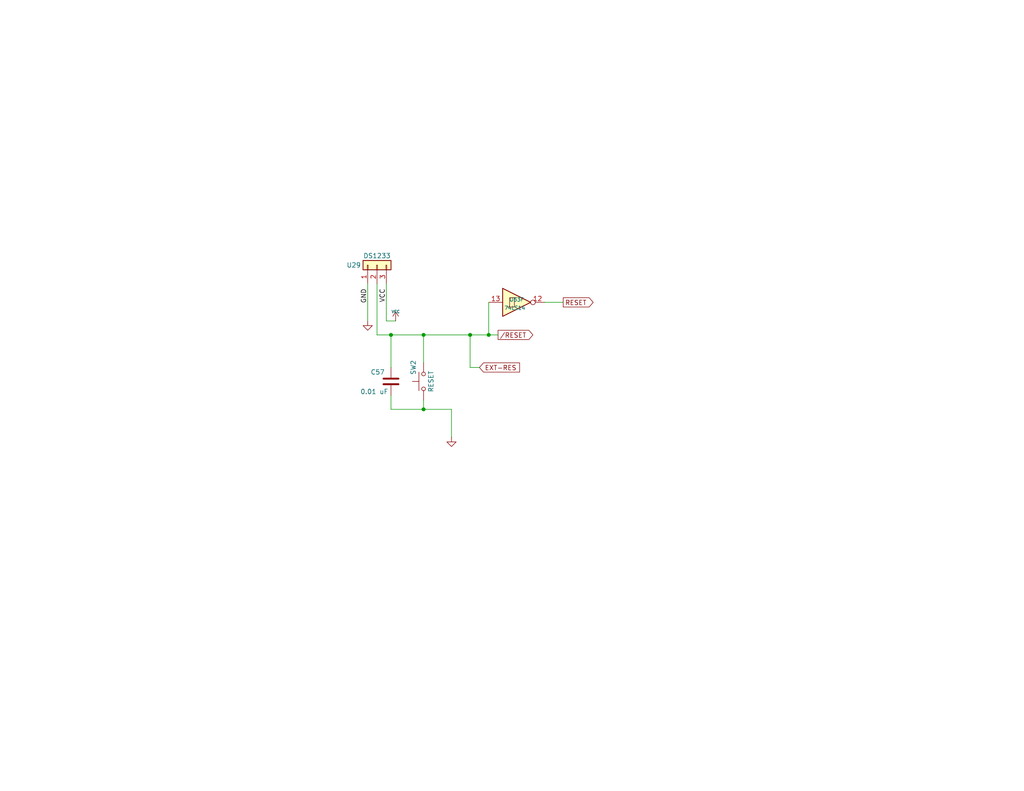
<source format=kicad_sch>
(kicad_sch
	(version 20250114)
	(generator "eeschema")
	(generator_version "9.0")
	(uuid "398f8c0a-b66e-4a20-ae32-57df5bdf4e3a")
	(paper "A")
	(title_block
		(title "N8PC")
		(date "2025-11-02")
		(rev "000.8")
		(comment 1 "https://github.com/danwerner21/N8PC")
		(comment 2 "Based on work by Andrew Lynch and John Coffman")
	)
	(lib_symbols
		(symbol "74xx:74LS14"
			(pin_names
				(offset 1.016)
			)
			(exclude_from_sim no)
			(in_bom yes)
			(on_board yes)
			(property "Reference" "U"
				(at 0 1.27 0)
				(effects
					(font
						(size 1.27 1.27)
					)
				)
			)
			(property "Value" "74LS14"
				(at 0 -1.27 0)
				(effects
					(font
						(size 1.27 1.27)
					)
				)
			)
			(property "Footprint" ""
				(at 0 0 0)
				(effects
					(font
						(size 1.27 1.27)
					)
					(hide yes)
				)
			)
			(property "Datasheet" "http://www.ti.com/lit/gpn/sn74LS14"
				(at 0 0 0)
				(effects
					(font
						(size 1.27 1.27)
					)
					(hide yes)
				)
			)
			(property "Description" "Hex inverter schmitt trigger"
				(at 0 0 0)
				(effects
					(font
						(size 1.27 1.27)
					)
					(hide yes)
				)
			)
			(property "ki_locked" ""
				(at 0 0 0)
				(effects
					(font
						(size 1.27 1.27)
					)
				)
			)
			(property "ki_keywords" "TTL not inverter"
				(at 0 0 0)
				(effects
					(font
						(size 1.27 1.27)
					)
					(hide yes)
				)
			)
			(property "ki_fp_filters" "DIP*W7.62mm*"
				(at 0 0 0)
				(effects
					(font
						(size 1.27 1.27)
					)
					(hide yes)
				)
			)
			(symbol "74LS14_1_0"
				(polyline
					(pts
						(xy -3.81 3.81) (xy -3.81 -3.81) (xy 3.81 0) (xy -3.81 3.81)
					)
					(stroke
						(width 0.254)
						(type default)
					)
					(fill
						(type background)
					)
				)
				(pin input line
					(at -7.62 0 0)
					(length 3.81)
					(name "~"
						(effects
							(font
								(size 1.27 1.27)
							)
						)
					)
					(number "1"
						(effects
							(font
								(size 1.27 1.27)
							)
						)
					)
				)
				(pin output inverted
					(at 7.62 0 180)
					(length 3.81)
					(name "~"
						(effects
							(font
								(size 1.27 1.27)
							)
						)
					)
					(number "2"
						(effects
							(font
								(size 1.27 1.27)
							)
						)
					)
				)
			)
			(symbol "74LS14_1_1"
				(polyline
					(pts
						(xy -2.54 -1.27) (xy -0.635 -1.27) (xy -0.635 1.27) (xy 0 1.27)
					)
					(stroke
						(width 0)
						(type default)
					)
					(fill
						(type none)
					)
				)
				(polyline
					(pts
						(xy -1.905 -1.27) (xy -1.905 1.27) (xy -0.635 1.27)
					)
					(stroke
						(width 0)
						(type default)
					)
					(fill
						(type none)
					)
				)
			)
			(symbol "74LS14_2_0"
				(polyline
					(pts
						(xy -3.81 3.81) (xy -3.81 -3.81) (xy 3.81 0) (xy -3.81 3.81)
					)
					(stroke
						(width 0.254)
						(type default)
					)
					(fill
						(type background)
					)
				)
				(pin input line
					(at -7.62 0 0)
					(length 3.81)
					(name "~"
						(effects
							(font
								(size 1.27 1.27)
							)
						)
					)
					(number "3"
						(effects
							(font
								(size 1.27 1.27)
							)
						)
					)
				)
				(pin output inverted
					(at 7.62 0 180)
					(length 3.81)
					(name "~"
						(effects
							(font
								(size 1.27 1.27)
							)
						)
					)
					(number "4"
						(effects
							(font
								(size 1.27 1.27)
							)
						)
					)
				)
			)
			(symbol "74LS14_2_1"
				(polyline
					(pts
						(xy -2.54 -1.27) (xy -0.635 -1.27) (xy -0.635 1.27) (xy 0 1.27)
					)
					(stroke
						(width 0)
						(type default)
					)
					(fill
						(type none)
					)
				)
				(polyline
					(pts
						(xy -1.905 -1.27) (xy -1.905 1.27) (xy -0.635 1.27)
					)
					(stroke
						(width 0)
						(type default)
					)
					(fill
						(type none)
					)
				)
			)
			(symbol "74LS14_3_0"
				(polyline
					(pts
						(xy -3.81 3.81) (xy -3.81 -3.81) (xy 3.81 0) (xy -3.81 3.81)
					)
					(stroke
						(width 0.254)
						(type default)
					)
					(fill
						(type background)
					)
				)
				(pin input line
					(at -7.62 0 0)
					(length 3.81)
					(name "~"
						(effects
							(font
								(size 1.27 1.27)
							)
						)
					)
					(number "5"
						(effects
							(font
								(size 1.27 1.27)
							)
						)
					)
				)
				(pin output inverted
					(at 7.62 0 180)
					(length 3.81)
					(name "~"
						(effects
							(font
								(size 1.27 1.27)
							)
						)
					)
					(number "6"
						(effects
							(font
								(size 1.27 1.27)
							)
						)
					)
				)
			)
			(symbol "74LS14_3_1"
				(polyline
					(pts
						(xy -2.54 -1.27) (xy -0.635 -1.27) (xy -0.635 1.27) (xy 0 1.27)
					)
					(stroke
						(width 0)
						(type default)
					)
					(fill
						(type none)
					)
				)
				(polyline
					(pts
						(xy -1.905 -1.27) (xy -1.905 1.27) (xy -0.635 1.27)
					)
					(stroke
						(width 0)
						(type default)
					)
					(fill
						(type none)
					)
				)
			)
			(symbol "74LS14_4_0"
				(polyline
					(pts
						(xy -3.81 3.81) (xy -3.81 -3.81) (xy 3.81 0) (xy -3.81 3.81)
					)
					(stroke
						(width 0.254)
						(type default)
					)
					(fill
						(type background)
					)
				)
				(pin input line
					(at -7.62 0 0)
					(length 3.81)
					(name "~"
						(effects
							(font
								(size 1.27 1.27)
							)
						)
					)
					(number "9"
						(effects
							(font
								(size 1.27 1.27)
							)
						)
					)
				)
				(pin output inverted
					(at 7.62 0 180)
					(length 3.81)
					(name "~"
						(effects
							(font
								(size 1.27 1.27)
							)
						)
					)
					(number "8"
						(effects
							(font
								(size 1.27 1.27)
							)
						)
					)
				)
			)
			(symbol "74LS14_4_1"
				(polyline
					(pts
						(xy -2.54 -1.27) (xy -0.635 -1.27) (xy -0.635 1.27) (xy 0 1.27)
					)
					(stroke
						(width 0)
						(type default)
					)
					(fill
						(type none)
					)
				)
				(polyline
					(pts
						(xy -1.905 -1.27) (xy -1.905 1.27) (xy -0.635 1.27)
					)
					(stroke
						(width 0)
						(type default)
					)
					(fill
						(type none)
					)
				)
			)
			(symbol "74LS14_5_0"
				(polyline
					(pts
						(xy -3.81 3.81) (xy -3.81 -3.81) (xy 3.81 0) (xy -3.81 3.81)
					)
					(stroke
						(width 0.254)
						(type default)
					)
					(fill
						(type background)
					)
				)
				(pin input line
					(at -7.62 0 0)
					(length 3.81)
					(name "~"
						(effects
							(font
								(size 1.27 1.27)
							)
						)
					)
					(number "11"
						(effects
							(font
								(size 1.27 1.27)
							)
						)
					)
				)
				(pin output inverted
					(at 7.62 0 180)
					(length 3.81)
					(name "~"
						(effects
							(font
								(size 1.27 1.27)
							)
						)
					)
					(number "10"
						(effects
							(font
								(size 1.27 1.27)
							)
						)
					)
				)
			)
			(symbol "74LS14_5_1"
				(polyline
					(pts
						(xy -2.54 -1.27) (xy -0.635 -1.27) (xy -0.635 1.27) (xy 0 1.27)
					)
					(stroke
						(width 0)
						(type default)
					)
					(fill
						(type none)
					)
				)
				(polyline
					(pts
						(xy -1.905 -1.27) (xy -1.905 1.27) (xy -0.635 1.27)
					)
					(stroke
						(width 0)
						(type default)
					)
					(fill
						(type none)
					)
				)
			)
			(symbol "74LS14_6_0"
				(polyline
					(pts
						(xy -3.81 3.81) (xy -3.81 -3.81) (xy 3.81 0) (xy -3.81 3.81)
					)
					(stroke
						(width 0.254)
						(type default)
					)
					(fill
						(type background)
					)
				)
				(pin input line
					(at -7.62 0 0)
					(length 3.81)
					(name "~"
						(effects
							(font
								(size 1.27 1.27)
							)
						)
					)
					(number "13"
						(effects
							(font
								(size 1.27 1.27)
							)
						)
					)
				)
				(pin output inverted
					(at 7.62 0 180)
					(length 3.81)
					(name "~"
						(effects
							(font
								(size 1.27 1.27)
							)
						)
					)
					(number "12"
						(effects
							(font
								(size 1.27 1.27)
							)
						)
					)
				)
			)
			(symbol "74LS14_6_1"
				(polyline
					(pts
						(xy -2.54 -1.27) (xy -0.635 -1.27) (xy -0.635 1.27) (xy 0 1.27)
					)
					(stroke
						(width 0)
						(type default)
					)
					(fill
						(type none)
					)
				)
				(polyline
					(pts
						(xy -1.905 -1.27) (xy -1.905 1.27) (xy -0.635 1.27)
					)
					(stroke
						(width 0)
						(type default)
					)
					(fill
						(type none)
					)
				)
			)
			(symbol "74LS14_7_0"
				(pin power_in line
					(at 0 12.7 270)
					(length 5.08)
					(name "VCC"
						(effects
							(font
								(size 1.27 1.27)
							)
						)
					)
					(number "14"
						(effects
							(font
								(size 1.27 1.27)
							)
						)
					)
				)
				(pin power_in line
					(at 0 -12.7 90)
					(length 5.08)
					(name "GND"
						(effects
							(font
								(size 1.27 1.27)
							)
						)
					)
					(number "7"
						(effects
							(font
								(size 1.27 1.27)
							)
						)
					)
				)
			)
			(symbol "74LS14_7_1"
				(rectangle
					(start -5.08 7.62)
					(end 5.08 -7.62)
					(stroke
						(width 0.254)
						(type default)
					)
					(fill
						(type background)
					)
				)
			)
			(embedded_fonts no)
		)
		(symbol "Connector_Generic:Conn_01x03"
			(pin_names
				(offset 1.016)
				(hide yes)
			)
			(exclude_from_sim no)
			(in_bom yes)
			(on_board yes)
			(property "Reference" "J"
				(at 0 5.08 0)
				(effects
					(font
						(size 1.27 1.27)
					)
				)
			)
			(property "Value" "Conn_01x03"
				(at 0 -5.08 0)
				(effects
					(font
						(size 1.27 1.27)
					)
				)
			)
			(property "Footprint" ""
				(at 0 0 0)
				(effects
					(font
						(size 1.27 1.27)
					)
					(hide yes)
				)
			)
			(property "Datasheet" "~"
				(at 0 0 0)
				(effects
					(font
						(size 1.27 1.27)
					)
					(hide yes)
				)
			)
			(property "Description" "Generic connector, single row, 01x03, script generated (kicad-library-utils/schlib/autogen/connector/)"
				(at 0 0 0)
				(effects
					(font
						(size 1.27 1.27)
					)
					(hide yes)
				)
			)
			(property "ki_keywords" "connector"
				(at 0 0 0)
				(effects
					(font
						(size 1.27 1.27)
					)
					(hide yes)
				)
			)
			(property "ki_fp_filters" "Connector*:*_1x??_*"
				(at 0 0 0)
				(effects
					(font
						(size 1.27 1.27)
					)
					(hide yes)
				)
			)
			(symbol "Conn_01x03_1_1"
				(rectangle
					(start -1.27 3.81)
					(end 1.27 -3.81)
					(stroke
						(width 0.254)
						(type default)
					)
					(fill
						(type background)
					)
				)
				(rectangle
					(start -1.27 2.667)
					(end 0 2.413)
					(stroke
						(width 0.1524)
						(type default)
					)
					(fill
						(type none)
					)
				)
				(rectangle
					(start -1.27 0.127)
					(end 0 -0.127)
					(stroke
						(width 0.1524)
						(type default)
					)
					(fill
						(type none)
					)
				)
				(rectangle
					(start -1.27 -2.413)
					(end 0 -2.667)
					(stroke
						(width 0.1524)
						(type default)
					)
					(fill
						(type none)
					)
				)
				(pin passive line
					(at -5.08 2.54 0)
					(length 3.81)
					(name "Pin_1"
						(effects
							(font
								(size 1.27 1.27)
							)
						)
					)
					(number "1"
						(effects
							(font
								(size 1.27 1.27)
							)
						)
					)
				)
				(pin passive line
					(at -5.08 0 0)
					(length 3.81)
					(name "Pin_2"
						(effects
							(font
								(size 1.27 1.27)
							)
						)
					)
					(number "2"
						(effects
							(font
								(size 1.27 1.27)
							)
						)
					)
				)
				(pin passive line
					(at -5.08 -2.54 0)
					(length 3.81)
					(name "Pin_3"
						(effects
							(font
								(size 1.27 1.27)
							)
						)
					)
					(number "3"
						(effects
							(font
								(size 1.27 1.27)
							)
						)
					)
				)
			)
			(embedded_fonts no)
		)
		(symbol "Device:C"
			(pin_numbers
				(hide yes)
			)
			(pin_names
				(offset 0.254)
			)
			(exclude_from_sim no)
			(in_bom yes)
			(on_board yes)
			(property "Reference" "C"
				(at 0.635 2.54 0)
				(effects
					(font
						(size 1.27 1.27)
					)
					(justify left)
				)
			)
			(property "Value" "C"
				(at 0.635 -2.54 0)
				(effects
					(font
						(size 1.27 1.27)
					)
					(justify left)
				)
			)
			(property "Footprint" ""
				(at 0.9652 -3.81 0)
				(effects
					(font
						(size 1.27 1.27)
					)
					(hide yes)
				)
			)
			(property "Datasheet" "~"
				(at 0 0 0)
				(effects
					(font
						(size 1.27 1.27)
					)
					(hide yes)
				)
			)
			(property "Description" "Unpolarized capacitor"
				(at 0 0 0)
				(effects
					(font
						(size 1.27 1.27)
					)
					(hide yes)
				)
			)
			(property "ki_keywords" "cap capacitor"
				(at 0 0 0)
				(effects
					(font
						(size 1.27 1.27)
					)
					(hide yes)
				)
			)
			(property "ki_fp_filters" "C_*"
				(at 0 0 0)
				(effects
					(font
						(size 1.27 1.27)
					)
					(hide yes)
				)
			)
			(symbol "C_0_1"
				(polyline
					(pts
						(xy -2.032 0.762) (xy 2.032 0.762)
					)
					(stroke
						(width 0.508)
						(type default)
					)
					(fill
						(type none)
					)
				)
				(polyline
					(pts
						(xy -2.032 -0.762) (xy 2.032 -0.762)
					)
					(stroke
						(width 0.508)
						(type default)
					)
					(fill
						(type none)
					)
				)
			)
			(symbol "C_1_1"
				(pin passive line
					(at 0 3.81 270)
					(length 2.794)
					(name "~"
						(effects
							(font
								(size 1.27 1.27)
							)
						)
					)
					(number "1"
						(effects
							(font
								(size 1.27 1.27)
							)
						)
					)
				)
				(pin passive line
					(at 0 -3.81 90)
					(length 2.794)
					(name "~"
						(effects
							(font
								(size 1.27 1.27)
							)
						)
					)
					(number "2"
						(effects
							(font
								(size 1.27 1.27)
							)
						)
					)
				)
			)
			(embedded_fonts no)
		)
		(symbol "Switch:SW_Push"
			(pin_numbers
				(hide yes)
			)
			(pin_names
				(offset 1.016)
				(hide yes)
			)
			(exclude_from_sim no)
			(in_bom yes)
			(on_board yes)
			(property "Reference" "SW"
				(at 1.27 2.54 0)
				(effects
					(font
						(size 1.27 1.27)
					)
					(justify left)
				)
			)
			(property "Value" "SW_Push"
				(at 0 -1.524 0)
				(effects
					(font
						(size 1.27 1.27)
					)
				)
			)
			(property "Footprint" ""
				(at 0 5.08 0)
				(effects
					(font
						(size 1.27 1.27)
					)
					(hide yes)
				)
			)
			(property "Datasheet" "~"
				(at 0 5.08 0)
				(effects
					(font
						(size 1.27 1.27)
					)
					(hide yes)
				)
			)
			(property "Description" "Push button switch, generic, two pins"
				(at 0 0 0)
				(effects
					(font
						(size 1.27 1.27)
					)
					(hide yes)
				)
			)
			(property "ki_keywords" "switch normally-open pushbutton push-button"
				(at 0 0 0)
				(effects
					(font
						(size 1.27 1.27)
					)
					(hide yes)
				)
			)
			(symbol "SW_Push_0_1"
				(circle
					(center -2.032 0)
					(radius 0.508)
					(stroke
						(width 0)
						(type default)
					)
					(fill
						(type none)
					)
				)
				(polyline
					(pts
						(xy 0 1.27) (xy 0 3.048)
					)
					(stroke
						(width 0)
						(type default)
					)
					(fill
						(type none)
					)
				)
				(circle
					(center 2.032 0)
					(radius 0.508)
					(stroke
						(width 0)
						(type default)
					)
					(fill
						(type none)
					)
				)
				(polyline
					(pts
						(xy 2.54 1.27) (xy -2.54 1.27)
					)
					(stroke
						(width 0)
						(type default)
					)
					(fill
						(type none)
					)
				)
				(pin passive line
					(at -5.08 0 0)
					(length 2.54)
					(name "1"
						(effects
							(font
								(size 1.27 1.27)
							)
						)
					)
					(number "1"
						(effects
							(font
								(size 1.27 1.27)
							)
						)
					)
				)
				(pin passive line
					(at 5.08 0 180)
					(length 2.54)
					(name "2"
						(effects
							(font
								(size 1.27 1.27)
							)
						)
					)
					(number "2"
						(effects
							(font
								(size 1.27 1.27)
							)
						)
					)
				)
			)
			(embedded_fonts no)
		)
		(symbol "power:GND"
			(power)
			(pin_numbers
				(hide yes)
			)
			(pin_names
				(offset 0)
				(hide yes)
			)
			(exclude_from_sim no)
			(in_bom yes)
			(on_board yes)
			(property "Reference" "#PWR"
				(at 0 -6.35 0)
				(effects
					(font
						(size 1.27 1.27)
					)
					(hide yes)
				)
			)
			(property "Value" "GND"
				(at 0 -3.81 0)
				(effects
					(font
						(size 1.27 1.27)
					)
				)
			)
			(property "Footprint" ""
				(at 0 0 0)
				(effects
					(font
						(size 1.27 1.27)
					)
					(hide yes)
				)
			)
			(property "Datasheet" ""
				(at 0 0 0)
				(effects
					(font
						(size 1.27 1.27)
					)
					(hide yes)
				)
			)
			(property "Description" "Power symbol creates a global label with name \"GND\" , ground"
				(at 0 0 0)
				(effects
					(font
						(size 1.27 1.27)
					)
					(hide yes)
				)
			)
			(property "ki_keywords" "global power"
				(at 0 0 0)
				(effects
					(font
						(size 1.27 1.27)
					)
					(hide yes)
				)
			)
			(symbol "GND_0_1"
				(polyline
					(pts
						(xy 0 0) (xy 0 -1.27) (xy 1.27 -1.27) (xy 0 -2.54) (xy -1.27 -1.27) (xy 0 -1.27)
					)
					(stroke
						(width 0)
						(type default)
					)
					(fill
						(type none)
					)
				)
			)
			(symbol "GND_1_1"
				(pin power_in line
					(at 0 0 270)
					(length 0)
					(name "~"
						(effects
							(font
								(size 1.27 1.27)
							)
						)
					)
					(number "1"
						(effects
							(font
								(size 1.27 1.27)
							)
						)
					)
				)
			)
			(embedded_fonts no)
		)
		(symbol "power:VCC"
			(power)
			(pin_numbers
				(hide yes)
			)
			(pin_names
				(offset 0)
				(hide yes)
			)
			(exclude_from_sim no)
			(in_bom yes)
			(on_board yes)
			(property "Reference" "#PWR"
				(at 0 -3.81 0)
				(effects
					(font
						(size 1.27 1.27)
					)
					(hide yes)
				)
			)
			(property "Value" "VCC"
				(at 0 3.556 0)
				(effects
					(font
						(size 1.27 1.27)
					)
				)
			)
			(property "Footprint" ""
				(at 0 0 0)
				(effects
					(font
						(size 1.27 1.27)
					)
					(hide yes)
				)
			)
			(property "Datasheet" ""
				(at 0 0 0)
				(effects
					(font
						(size 1.27 1.27)
					)
					(hide yes)
				)
			)
			(property "Description" "Power symbol creates a global label with name \"VCC\""
				(at 0 0 0)
				(effects
					(font
						(size 1.27 1.27)
					)
					(hide yes)
				)
			)
			(property "ki_keywords" "global power"
				(at 0 0 0)
				(effects
					(font
						(size 1.27 1.27)
					)
					(hide yes)
				)
			)
			(symbol "VCC_0_1"
				(polyline
					(pts
						(xy -0.762 1.27) (xy 0 2.54)
					)
					(stroke
						(width 0)
						(type default)
					)
					(fill
						(type none)
					)
				)
				(polyline
					(pts
						(xy 0 2.54) (xy 0.762 1.27)
					)
					(stroke
						(width 0)
						(type default)
					)
					(fill
						(type none)
					)
				)
				(polyline
					(pts
						(xy 0 0) (xy 0 2.54)
					)
					(stroke
						(width 0)
						(type default)
					)
					(fill
						(type none)
					)
				)
			)
			(symbol "VCC_1_1"
				(pin power_in line
					(at 0 0 90)
					(length 0)
					(name "~"
						(effects
							(font
								(size 1.27 1.27)
							)
						)
					)
					(number "1"
						(effects
							(font
								(size 1.27 1.27)
							)
						)
					)
				)
			)
			(embedded_fonts no)
		)
	)
	(junction
		(at 115.57 91.44)
		(diameter 0)
		(color 0 0 0 0)
		(uuid "525661d3-34db-4665-b605-bedfb3808e36")
	)
	(junction
		(at 133.35 91.44)
		(diameter 0)
		(color 0 0 0 0)
		(uuid "55a6d4bc-ab41-4b65-af6d-30b38a44364e")
	)
	(junction
		(at 106.68 91.44)
		(diameter 0)
		(color 0 0 0 0)
		(uuid "5d76d5bb-5c97-4129-8f10-f566d0a265a4")
	)
	(junction
		(at 128.27 91.44)
		(diameter 0)
		(color 0 0 0 0)
		(uuid "8a0c761e-5b18-4aac-acbb-880a94b9fdf7")
	)
	(junction
		(at 115.57 111.76)
		(diameter 0)
		(color 0 0 0 0)
		(uuid "9df9a234-e2ed-4ce0-abe4-4a10b588d28d")
	)
	(wire
		(pts
			(xy 105.41 87.63) (xy 107.95 87.63)
		)
		(stroke
			(width 0)
			(type default)
		)
		(uuid "04e01f08-fc3a-4a5f-b4c3-ed540f504d37")
	)
	(wire
		(pts
			(xy 106.68 91.44) (xy 115.57 91.44)
		)
		(stroke
			(width 0)
			(type default)
		)
		(uuid "24b26746-53a8-44b5-8bbc-7447094a6ffb")
	)
	(wire
		(pts
			(xy 128.27 91.44) (xy 128.27 100.33)
		)
		(stroke
			(width 0)
			(type default)
		)
		(uuid "24f8e37f-d8b5-454d-82e2-3595fec6217a")
	)
	(wire
		(pts
			(xy 100.33 77.47) (xy 100.33 87.63)
		)
		(stroke
			(width 0)
			(type default)
		)
		(uuid "2fd6306a-1318-4286-b62c-a6c54a47b395")
	)
	(wire
		(pts
			(xy 115.57 91.44) (xy 128.27 91.44)
		)
		(stroke
			(width 0)
			(type default)
		)
		(uuid "32e695a0-8c72-4548-a191-b1619369453a")
	)
	(wire
		(pts
			(xy 148.59 82.55) (xy 153.67 82.55)
		)
		(stroke
			(width 0)
			(type default)
		)
		(uuid "35e97902-0fd6-42bc-9312-163793299383")
	)
	(wire
		(pts
			(xy 115.57 111.76) (xy 123.19 111.76)
		)
		(stroke
			(width 0)
			(type default)
		)
		(uuid "376f9bcc-3799-4f23-bb6a-7ebd0b24e2ed")
	)
	(wire
		(pts
			(xy 115.57 91.44) (xy 115.57 99.06)
		)
		(stroke
			(width 0)
			(type default)
		)
		(uuid "37ba6967-3671-4e48-9621-fab25db41a72")
	)
	(wire
		(pts
			(xy 133.35 91.44) (xy 135.89 91.44)
		)
		(stroke
			(width 0)
			(type default)
		)
		(uuid "3dc8787e-8fe7-47e9-acf4-e805b59c5c23")
	)
	(wire
		(pts
			(xy 105.41 77.47) (xy 105.41 87.63)
		)
		(stroke
			(width 0)
			(type default)
		)
		(uuid "426ad8d9-6945-49cc-bef6-e824895bda54")
	)
	(wire
		(pts
			(xy 106.68 107.95) (xy 106.68 111.76)
		)
		(stroke
			(width 0)
			(type default)
		)
		(uuid "589c6b8b-eee7-40e7-868a-927a94ceae16")
	)
	(wire
		(pts
			(xy 123.19 111.76) (xy 123.19 119.38)
		)
		(stroke
			(width 0)
			(type default)
		)
		(uuid "7ea63acc-86e1-41f2-b879-7f1952b2ea41")
	)
	(wire
		(pts
			(xy 106.68 91.44) (xy 106.68 100.33)
		)
		(stroke
			(width 0)
			(type default)
		)
		(uuid "9cf6279f-5eed-44ea-b6cb-312642384569")
	)
	(wire
		(pts
			(xy 128.27 100.33) (xy 130.81 100.33)
		)
		(stroke
			(width 0)
			(type default)
		)
		(uuid "b0aefb6f-e04f-4dc5-bdf7-cdea02839ef1")
	)
	(wire
		(pts
			(xy 115.57 109.22) (xy 115.57 111.76)
		)
		(stroke
			(width 0)
			(type default)
		)
		(uuid "b823ec84-d601-4706-b021-807764eb6518")
	)
	(wire
		(pts
			(xy 102.87 77.47) (xy 102.87 91.44)
		)
		(stroke
			(width 0)
			(type default)
		)
		(uuid "cfbb7810-e3c8-451b-9bed-5f237aab1b55")
	)
	(wire
		(pts
			(xy 133.35 82.55) (xy 133.35 91.44)
		)
		(stroke
			(width 0)
			(type default)
		)
		(uuid "cff35b33-74ea-4d33-998a-6f8353124869")
	)
	(wire
		(pts
			(xy 106.68 111.76) (xy 115.57 111.76)
		)
		(stroke
			(width 0)
			(type default)
		)
		(uuid "e4966056-ec44-4631-97e4-574a6deb5eb5")
	)
	(wire
		(pts
			(xy 102.87 91.44) (xy 106.68 91.44)
		)
		(stroke
			(width 0)
			(type default)
		)
		(uuid "e4e28c15-6c4f-483e-b5d6-1570d54bb099")
	)
	(wire
		(pts
			(xy 128.27 91.44) (xy 133.35 91.44)
		)
		(stroke
			(width 0)
			(type default)
		)
		(uuid "ee8d71c9-effa-447a-b1d7-6c9da9a31af1")
	)
	(label "VCC"
		(at 105.41 78.74 270)
		(effects
			(font
				(size 1.27 1.27)
			)
			(justify right bottom)
		)
		(uuid "23fffb12-fb5c-4304-9979-d2c26a5fcb40")
	)
	(label "GND"
		(at 100.33 78.74 270)
		(effects
			(font
				(size 1.27 1.27)
			)
			(justify right bottom)
		)
		(uuid "bc8052c1-77b2-488b-a15e-a2df742e0258")
	)
	(global_label "RESET"
		(shape output)
		(at 153.67 82.55 0)
		(effects
			(font
				(size 1.27 1.27)
			)
			(justify left)
		)
		(uuid "496d978f-6f0b-4097-9d9b-fb21acfe0047")
		(property "Intersheetrefs" "${INTERSHEET_REFS}"
			(at 153.67 82.55 0)
			(effects
				(font
					(size 1.27 1.27)
				)
				(hide yes)
			)
		)
	)
	(global_label "{slash}RESET"
		(shape output)
		(at 135.89 91.44 0)
		(effects
			(font
				(size 1.27 1.27)
			)
			(justify left)
		)
		(uuid "a38c571c-3f44-4d82-b6ea-b9b798e72f45")
		(property "Intersheetrefs" "${INTERSHEET_REFS}"
			(at 135.89 91.44 0)
			(effects
				(font
					(size 1.27 1.27)
				)
				(hide yes)
			)
		)
	)
	(global_label "EXT-RES"
		(shape input)
		(at 130.81 100.33 0)
		(fields_autoplaced yes)
		(effects
			(font
				(size 1.27 1.27)
			)
			(justify left)
		)
		(uuid "ed08806e-8370-4d05-8999-f681ff9737c5")
		(property "Intersheetrefs" "${INTERSHEET_REFS}"
			(at 141.668 100.33 0)
			(effects
				(font
					(size 1.27 1.27)
				)
				(justify left)
				(hide yes)
			)
		)
	)
	(symbol
		(lib_id "Switch:SW_Push")
		(at 115.57 104.14 90)
		(unit 1)
		(exclude_from_sim no)
		(in_bom yes)
		(on_board yes)
		(dnp no)
		(uuid "00000000-0000-0000-0000-0000526d87e3")
		(property "Reference" "SW2"
			(at 112.776 100.33 0)
			(effects
				(font
					(size 1.27 1.27)
				)
			)
		)
		(property "Value" "RESET"
			(at 117.602 104.14 0)
			(effects
				(font
					(size 1.27 1.27)
				)
			)
		)
		(property "Footprint" "Custom:STD_DDW_TACTSW"
			(at 110.49 104.14 0)
			(effects
				(font
					(size 1.27 1.27)
				)
				(hide yes)
			)
		)
		(property "Datasheet" "~"
			(at 110.49 104.14 0)
			(effects
				(font
					(size 1.27 1.27)
				)
				(hide yes)
			)
		)
		(property "Description" "Push button switch, generic, two pins"
			(at 115.57 104.14 0)
			(effects
				(font
					(size 1.27 1.27)
				)
				(hide yes)
			)
		)
		(pin "1"
			(uuid "f11674de-5351-48ab-a632-ff035ff9cd97")
		)
		(pin "2"
			(uuid "a55450b7-7478-421f-8013-b7af8c3822c0")
		)
		(instances
			(project "6x0x-6U"
				(path "/d94f9d60-5ece-4752-b49c-b0d1c95f35bc/00000000-0000-0000-0000-0000526d81d3"
					(reference "SW2")
					(unit 1)
				)
			)
		)
	)
	(symbol
		(lib_id "Device:C")
		(at 106.68 104.14 0)
		(unit 1)
		(exclude_from_sim no)
		(in_bom yes)
		(on_board yes)
		(dnp no)
		(uuid "4a49356b-b15d-4d28-96ae-8eab0877167e")
		(property "Reference" "C57"
			(at 101.092 101.6 0)
			(effects
				(font
					(size 1.27 1.27)
				)
				(justify left)
			)
		)
		(property "Value" "0.01 uF"
			(at 98.298 106.934 0)
			(effects
				(font
					(size 1.27 1.27)
				)
				(justify left)
			)
		)
		(property "Footprint" "Custom:STD_DDW_CAP"
			(at 107.6452 107.95 0)
			(effects
				(font
					(size 1.27 1.27)
				)
				(hide yes)
			)
		)
		(property "Datasheet" "~"
			(at 106.68 104.14 0)
			(effects
				(font
					(size 1.27 1.27)
				)
				(hide yes)
			)
		)
		(property "Description" "Unpolarized capacitor"
			(at 106.68 104.14 0)
			(effects
				(font
					(size 1.27 1.27)
				)
				(hide yes)
			)
		)
		(pin "2"
			(uuid "a09366ff-a479-4eb7-8104-7573a5c9d6da")
		)
		(pin "1"
			(uuid "8cfd8a03-70c6-4729-b280-d4f02b127043")
		)
		(instances
			(project "6809PC-6U"
				(path "/d94f9d60-5ece-4752-b49c-b0d1c95f35bc/00000000-0000-0000-0000-0000526d81d3"
					(reference "C57")
					(unit 1)
				)
			)
		)
	)
	(symbol
		(lib_id "74xx:74LS14")
		(at 140.97 82.55 0)
		(unit 6)
		(exclude_from_sim no)
		(in_bom yes)
		(on_board yes)
		(dnp no)
		(uuid "58de890a-938d-4a37-bcb6-0d16e610ac70")
		(property "Reference" "U63"
			(at 140.97 81.788 0)
			(effects
				(font
					(size 1.016 1.016)
				)
			)
		)
		(property "Value" "74LS14"
			(at 140.462 84.074 0)
			(effects
				(font
					(size 1.016 1.016)
				)
			)
		)
		(property "Footprint" "Custom:STD_DDW_DIP14"
			(at 140.97 82.55 0)
			(effects
				(font
					(size 1.27 1.27)
				)
				(hide yes)
			)
		)
		(property "Datasheet" "http://www.ti.com/lit/gpn/sn74LS14"
			(at 140.97 82.55 0)
			(effects
				(font
					(size 1.27 1.27)
				)
				(hide yes)
			)
		)
		(property "Description" "Hex inverter schmitt trigger"
			(at 140.97 82.55 0)
			(effects
				(font
					(size 1.27 1.27)
				)
				(hide yes)
			)
		)
		(pin "10"
			(uuid "54765170-11b0-42b1-8181-0f06288c7250")
		)
		(pin "9"
			(uuid "4253530c-b94b-4527-8ef3-aeef5b55e71e")
		)
		(pin "13"
			(uuid "ed3c7845-2383-4b61-829d-26df10293fe0")
		)
		(pin "1"
			(uuid "ffe8ed0c-d54a-4bef-ab25-87c001ab3f3d")
		)
		(pin "8"
			(uuid "97aab02c-2b4d-4a7d-9255-d8bd367804b7")
		)
		(pin "3"
			(uuid "5a3dedf0-903b-4035-98f9-208c25ae1510")
		)
		(pin "12"
			(uuid "3ae2cd8b-f3f8-4bca-94fc-de668a82e497")
		)
		(pin "7"
			(uuid "3205b4a8-2707-499d-9cb6-31e696f4fe54")
		)
		(pin "5"
			(uuid "23b9ad5e-0c5c-4016-b129-776ca03718f7")
		)
		(pin "2"
			(uuid "eb94c96e-b9a5-4c74-8322-bcbffb751d7d")
		)
		(pin "11"
			(uuid "147165ab-22f0-438c-912f-c4d4c282fb65")
		)
		(pin "14"
			(uuid "91ea652b-114b-4075-ac78-b049acd2fde4")
		)
		(pin "4"
			(uuid "39716473-6242-4441-9485-2253c49e9c50")
		)
		(pin "6"
			(uuid "87f1be8b-9bd1-48b7-93ec-6cbd676eeb54")
		)
		(instances
			(project "N8PC"
				(path "/d94f9d60-5ece-4752-b49c-b0d1c95f35bc/00000000-0000-0000-0000-0000526d81d3"
					(reference "U63")
					(unit 6)
				)
			)
		)
	)
	(symbol
		(lib_id "power:GND")
		(at 100.33 87.63 0)
		(unit 1)
		(exclude_from_sim no)
		(in_bom yes)
		(on_board yes)
		(dnp no)
		(uuid "591169f1-95bb-465b-8423-da7b11e6fffd")
		(property "Reference" "#PWR0102"
			(at 100.33 87.63 0)
			(effects
				(font
					(size 0.762 0.762)
				)
				(hide yes)
			)
		)
		(property "Value" "GND"
			(at 100.33 89.408 0)
			(effects
				(font
					(size 0.762 0.762)
				)
				(hide yes)
			)
		)
		(property "Footprint" ""
			(at 100.33 87.63 0)
			(effects
				(font
					(size 1.27 1.27)
				)
				(hide yes)
			)
		)
		(property "Datasheet" ""
			(at 100.33 87.63 0)
			(effects
				(font
					(size 1.27 1.27)
				)
				(hide yes)
			)
		)
		(property "Description" "Power symbol creates a global label with name \"GND\" , ground"
			(at 100.33 87.63 0)
			(effects
				(font
					(size 1.27 1.27)
				)
				(hide yes)
			)
		)
		(pin "1"
			(uuid "899b63a5-a45a-419f-85bf-a9f74fd32288")
		)
		(instances
			(project "6809PC-6U"
				(path "/d94f9d60-5ece-4752-b49c-b0d1c95f35bc/00000000-0000-0000-0000-0000526d81d3"
					(reference "#PWR0102")
					(unit 1)
				)
			)
		)
	)
	(symbol
		(lib_id "Connector_Generic:Conn_01x03")
		(at 102.87 72.39 90)
		(unit 1)
		(exclude_from_sim no)
		(in_bom yes)
		(on_board yes)
		(dnp no)
		(uuid "5aa6e4ac-531c-4ca8-a3a9-032041460313")
		(property "Reference" "U29"
			(at 96.52 72.39 90)
			(effects
				(font
					(size 1.27 1.27)
				)
			)
		)
		(property "Value" "DS1233"
			(at 102.87 69.85 90)
			(effects
				(font
					(size 1.27 1.27)
				)
			)
		)
		(property "Footprint" "Custom:STD_DDW_TO92"
			(at 102.87 72.39 0)
			(effects
				(font
					(size 1.27 1.27)
				)
				(hide yes)
			)
		)
		(property "Datasheet" "~"
			(at 102.87 72.39 0)
			(effects
				(font
					(size 1.27 1.27)
				)
				(hide yes)
			)
		)
		(property "Description" ""
			(at 102.87 72.39 0)
			(effects
				(font
					(size 1.27 1.27)
				)
				(hide yes)
			)
		)
		(pin "1"
			(uuid "de0e2b86-ca90-4929-b009-65c41def9392")
		)
		(pin "2"
			(uuid "b084580f-e0be-446e-8bfe-75caff1a1b49")
		)
		(pin "3"
			(uuid "031fbe17-d4d0-457b-8972-eea83556cb71")
		)
		(instances
			(project "6809PC-6U"
				(path "/d94f9d60-5ece-4752-b49c-b0d1c95f35bc/00000000-0000-0000-0000-0000526d81d3"
					(reference "U29")
					(unit 1)
				)
			)
		)
	)
	(symbol
		(lib_id "power:GND")
		(at 123.19 119.38 0)
		(unit 1)
		(exclude_from_sim no)
		(in_bom yes)
		(on_board yes)
		(dnp no)
		(uuid "8e648acd-34ae-4431-a834-9ab546c9bae4")
		(property "Reference" "#PWR0104"
			(at 123.19 119.38 0)
			(effects
				(font
					(size 0.762 0.762)
				)
				(hide yes)
			)
		)
		(property "Value" "GND"
			(at 123.19 121.158 0)
			(effects
				(font
					(size 0.762 0.762)
				)
				(hide yes)
			)
		)
		(property "Footprint" ""
			(at 123.19 119.38 0)
			(effects
				(font
					(size 1.27 1.27)
				)
				(hide yes)
			)
		)
		(property "Datasheet" ""
			(at 123.19 119.38 0)
			(effects
				(font
					(size 1.27 1.27)
				)
				(hide yes)
			)
		)
		(property "Description" "Power symbol creates a global label with name \"GND\" , ground"
			(at 123.19 119.38 0)
			(effects
				(font
					(size 1.27 1.27)
				)
				(hide yes)
			)
		)
		(pin "1"
			(uuid "c7c6fc26-df18-4d85-b258-29e54c888506")
		)
		(instances
			(project "6809PC-6U"
				(path "/d94f9d60-5ece-4752-b49c-b0d1c95f35bc/00000000-0000-0000-0000-0000526d81d3"
					(reference "#PWR0104")
					(unit 1)
				)
			)
		)
	)
	(symbol
		(lib_id "power:VCC")
		(at 107.95 87.63 0)
		(unit 1)
		(exclude_from_sim no)
		(in_bom yes)
		(on_board yes)
		(dnp no)
		(uuid "fd69ec36-ec68-4519-981b-ddf52df496cd")
		(property "Reference" "#PWR0103"
			(at 107.95 85.09 0)
			(effects
				(font
					(size 0.762 0.762)
				)
				(hide yes)
			)
		)
		(property "Value" "VCC"
			(at 107.95 85.09 0)
			(effects
				(font
					(size 0.762 0.762)
				)
			)
		)
		(property "Footprint" ""
			(at 107.95 87.63 0)
			(effects
				(font
					(size 1.27 1.27)
				)
				(hide yes)
			)
		)
		(property "Datasheet" ""
			(at 107.95 87.63 0)
			(effects
				(font
					(size 1.27 1.27)
				)
				(hide yes)
			)
		)
		(property "Description" "Power symbol creates a global label with name \"VCC\""
			(at 107.95 87.63 0)
			(effects
				(font
					(size 1.27 1.27)
				)
				(hide yes)
			)
		)
		(pin "1"
			(uuid "8699fa94-82bc-46ee-863e-2e6d614d70ab")
		)
		(instances
			(project "6809PC-6U"
				(path "/d94f9d60-5ece-4752-b49c-b0d1c95f35bc/00000000-0000-0000-0000-0000526d81d3"
					(reference "#PWR0103")
					(unit 1)
				)
			)
		)
	)
)

</source>
